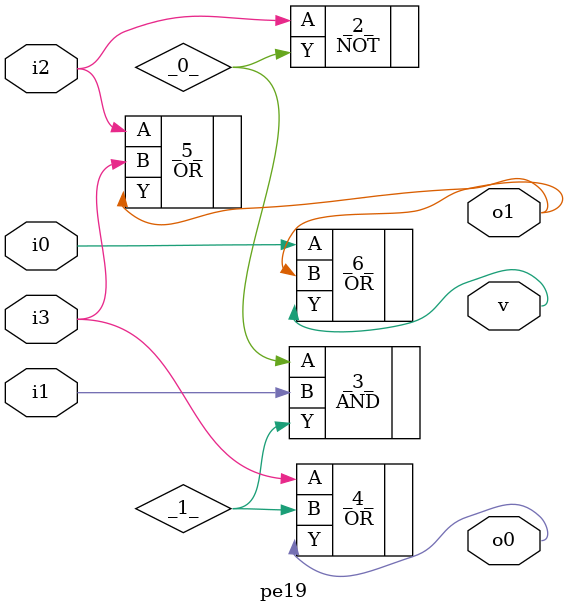
<source format=v>
/* Generated by Yosys 0.41+83 (git sha1 7045cf509, x86_64-w64-mingw32-g++ 13.2.1 -Os) */

/* cells_not_processed =  1  */
/* src = "pe19.v:1.1-12.10" */
module pe19(i3, i2, i1, i0, o0, o1, v);
  wire _0_;
  wire _1_;
  /* src = "pe19.v:3.20-3.22" */
  input i0;
  wire i0;
  /* src = "pe19.v:3.17-3.19" */
  input i1;
  wire i1;
  /* src = "pe19.v:3.14-3.16" */
  input i2;
  wire i2;
  /* src = "pe19.v:3.11-3.13" */
  input i3;
  wire i3;
  /* src = "pe19.v:4.12-4.14" */
  output o0;
  wire o0;
  /* src = "pe19.v:4.15-4.17" */
  output o1;
  wire o1;
  /* src = "pe19.v:4.18-4.19" */
  output v;
  wire v;
  NOT _2_ (
    .A(i2),
    .Y(_0_)
  );
  AND _3_ (
    .A(_0_),
    .B(i1),
    .Y(_1_)
  );
  OR _4_ (
    .A(i3),
    .B(_1_),
    .Y(o0)
  );
  OR _5_ (
    .A(i2),
    .B(i3),
    .Y(o1)
  );
  OR _6_ (
    .A(i0),
    .B(o1),
    .Y(v)
  );
endmodule

</source>
